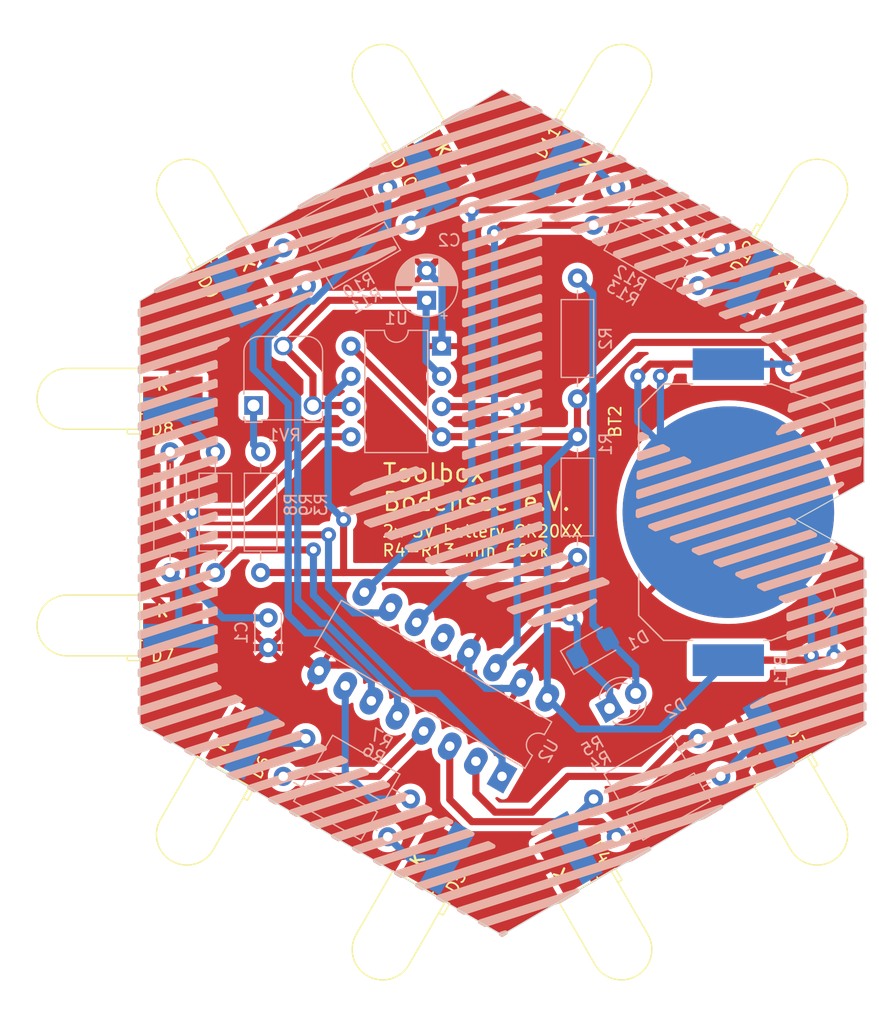
<source format=kicad_pcb>
(kicad_pcb (version 20221018) (generator pcbnew)
  (layers (0 "F.Cu" signal) (31 "B.Cu" signal) (34 "B.Paste" user) (35 "F.Paste" user) (36 "B.SilkS" user "B.Silkscreen") (37 "F.SilkS" user "F.Silkscreen") (38 "B.Mask" user) (39 "F.Mask" user) (44 "Edge.Cuts" user))
  (net 0 "")
  (net 1 "Net-(BT1-+)")
  (net 2 "Net-(BT1--)")
  (net 3 "Net-(BT2--)")
  (net 4 "Net-(U1-CV)")
  (net 5 "Net-(U1-THR)")
  (net 6 "Net-(D1-K)")
  (net 7 "Net-(D1-A)")
  (net 8 "Net-(D12-A)")
  (net 9 "Net-(D3-A)")
  (net 10 "Net-(D4-A)")
  (net 11 "Net-(D5-A)")
  (net 12 "Net-(D6-A)")
  (net 13 "Net-(D7-A)")
  (net 14 "Net-(D8-A)")
  (net 15 "Net-(D9-A)")
  (net 16 "Net-(D10-A)")
  (net 17 "Net-(D11-A)")
  (net 18 "Net-(R3-Pad1)")
  (net 19 "Net-(U1-DIS)")
  (net 20 "Net-(U2-Q0)")
  (net 21 "Net-(U2-Q5)")
  (net 22 "Net-(U2-Q1)")
  (net 23 "Net-(U2-Q6)")
  (net 24 "Net-(U2-Q2)")
  (net 25 "Net-(U2-Q7)")
  (net 26 "Net-(U2-Q3)")
  (net 27 "Net-(U2-Q8)")
  (net 28 "Net-(U2-Q4)")
  (net 29 "Net-(U2-Q9)")
  (footprint "UserFootprints:LED_D5.0mm_double_sided" (layer "F.Cu") (at 69.52 109.53 -90)
    (fp_text reference "D7")
    (fp_text value "LED")
  )
  (footprint "UserFootprints:LED_D5.0mm_double_sided" (layer "F.Cu") (at 123.48 121.84 30)
    (fp_text reference "D3")
    (fp_text value "LED")
  )
  (footprint "UserFootprints:LED_D5.0mm_double_sided" (layer "F.Cu") (at 93 68.5 -150)
    (fp_text reference "D10")
    (fp_text value "LED")
  )
  (footprint "UserFootprints:LED_D5.0mm_double_sided" (layer "F.Cu") (at 76.52 121.84 -30)
    (fp_text reference "D6")
    (fp_text value "LED")
  )
  (footprint "UserFootprints:BatteryHolder_aliexpress_2025" (layer "F.Cu") (at 119.05 100 90)
    (fp_text reference "BT2")
    (fp_text value "3V")
  )
  (footprint "UserFootprints:LED_D5.0mm_double_sided" (layer "F.Cu") (at 76.52 78.16 -150)
    (fp_text reference "D9")
    (fp_text value "LED")
  )
  (footprint "UserFootprints:LED_D5.0mm_double_sided" (layer "F.Cu") (at 107 68.5 150)
    (fp_text reference "D11")
    (fp_text value "LED")
  )
  (footprint "UserFootprints:LED_D5.0mm_double_sided" (layer "F.Cu") (at 123.48 78.16 150)
    (fp_text reference "D12")
    (fp_text value "LED")
  )
  (footprint "UserFootprints:LED_D5.0mm_double_sided" (layer "F.Cu") (at 107 131.5 30)
    (fp_text reference "D4")
    (fp_text value "LED")
  )
  (footprint "UserFootprints:LED_D5.0mm_double_sided" (layer "F.Cu") (at 69.52 90.47 -90)
    (fp_text reference "D8")
    (fp_text value "LED")
  )
  (footprint "UserFootprints:LED_D5.0mm_double_sided" (layer "F.Cu") (at 93 131.5 -30)
    (fp_text reference "D5")
    (fp_text value "LED")
  )
  (footprint "Capacitor_THT:CP_Radial_D5.0mm_P2.50mm" (layer "B.Cu") (at 93.65 82.18 90)
    (fp_text reference "C2")
    (fp_text value "1uF")
  )
  (footprint "Resistor_THT:R_Axial_DIN0207_L6.3mm_D2.5mm_P10.16mm_Horizontal" (layer "B.Cu") (at 81.585 122.225 -30)
    (fp_text reference "R6")
    (fp_text value "1k")
  )
  (footprint "Resistor_THT:R_Axial_DIN0207_L6.3mm_D2.5mm_P10.16mm_Horizontal" (layer "B.Cu") (at 109.616182 127.305 30)
    (fp_text reference "R4")
    (fp_text value "1k")
  )
  (footprint "Resistor_THT:R_Axial_DIN0207_L6.3mm_D2.5mm_P10.16mm_Horizontal" (layer "B.Cu") (at 92.288818 124.13 150)
    (fp_text reference "R7")
    (fp_text value "1k")
  )
  (footprint "Resistor_THT:R_Axial_DIN0207_L6.3mm_D2.5mm_P10.16mm_Horizontal" (layer "B.Cu") (at 83.535591 80.95 30)
    (fp_text reference "R11")
    (fp_text value "1k")
  )
  (footprint "Resistor_THT:R_Axial_DIN0207_L6.3mm_D2.5mm_P10.16mm_Horizontal" (layer "B.Cu") (at 106.35 103.81 90)
    (fp_text reference "R1")
    (fp_text value "10k")
  )
  (footprint "UserFootprints:BatteryHolder_aliexpress_2025" (layer "B.Cu") (at 119.05 100 -90)
    (fp_text reference "BT1")
    (fp_text value "3V")
  )
  (footprint "LED_SMD:LED_1206_3216Metric_Pad1.42x1.75mm_HandSolder" (layer "B.Cu") (at 107.62 111.43 30)
    (fp_text reference "D1")
    (fp_text value "LED")
  )
  (footprint "Resistor_THT:R_Axial_DIN0207_L6.3mm_D2.5mm_P10.16mm_Horizontal" (layer "B.Cu") (at 79.68 94.92 -90)
    (fp_text reference "R3")
    (fp_text value "10k")
  )
  (footprint "Package_DIP:DIP-16_W7.62mm_LongPads" (layer "B.Cu") (at 100 122.225 60)
    (fp_text reference "U2")
    (fp_text value "4017")
  )
  (footprint "Resistor_THT:R_Axial_DIN0207_L6.3mm_D2.5mm_P10.16mm_Horizontal" (layer "B.Cu") (at 106.35 90.475 90)
    (fp_text reference "R2")
    (fp_text value "1k")
  )
  (footprint "Resistor_THT:R_Axial_DIN0207_L6.3mm_D2.5mm_P10.16mm_Horizontal" (layer "B.Cu") (at 72.06 94.92 -90)
    (fp_text reference "R8")
    (fp_text value "1k")
  )
  (footprint "Package_DIP:DIP-8_W7.62mm" (layer "B.Cu") (at 94.91 86.04 180)
    (fp_text reference "U1")
    (fp_text value "NA555P")
  )
  (footprint "Resistor_THT:R_Axial_DIN0207_L6.3mm_D2.5mm_P10.16mm_Horizontal" (layer "B.Cu") (at 107.711182 75.87 -30)
    (fp_text reference "R13")
    (fp_text value "1k")
  )
  (footprint "Potentiometer_THT:Potentiometer_Runtron_RM-065_Vertical" (layer "B.Cu") (at 79.085 91.03)
    (fp_text reference "RV1")
    (fp_text value "200k")
  )
  (footprint "Resistor_THT:R_Axial_DIN0207_L6.3mm_D2.5mm_P10.16mm_Horizontal" (layer "B.Cu") (at 75.87 105.08 90)
    (fp_text reference "R9")
    (fp_text value "1k")
  )
  (footprint "LED_THT:LED_D3.0mm" (layer "B.Cu") (at 109.055818 116.5125 30)
    (fp_text reference "D2")
    (fp_text value "LED")
  )
  (footprint "Resistor_THT:R_Axial_DIN0207_L6.3mm_D2.5mm_P10.16mm_Horizontal" (layer "B.Cu") (at 90.383818 72.695 -150)
    (fp_text reference "R10")
    (fp_text value "1k")
  )
  (footprint "Resistor_THT:R_Axial_DIN0207_L6.3mm_D2.5mm_P10.16mm_Horizontal" (layer "B.Cu") (at 116.51 119.05 -150)
    (fp_text reference "R5")
    (fp_text value "1k")
  )
  (footprint "Resistor_THT:R_Axial_DIN0207_L6.3mm_D2.5mm_P10.16mm_Horizontal" (layer "B.Cu") (at 118.369409 77.775 150)
    (fp_text reference "R12")
    (fp_text value "1k")
  )
  (footprint "Capacitor_THT:C_Disc_D3.0mm_W2.0mm_P2.50mm" (layer "B.Cu") (at 80.315 108.89 -90)
    (fp_text reference "C1")
    (fp_text value "10nF")
  )
  (gr_poly (pts (xy 75.87 86.03) (xy 75.87 86.174176) (xy 69.528268 88.201444) (xy 69.528268 87.824721) (xy 76.893193 85.470344)) (stroke (width 0.4)) (fill solid) (layer "B.SilkS"))
  (gr_poly (pts (xy 130.484718 82.682927) (xy 130.484718 82.682916) (xy 130.484752 82.682916)) (stroke (width 0.4)) (fill solid) (layer "B.SilkS"))
  (gr_poly (pts (xy 75.876201 113.26607) (xy 69.527234 115.295402) (xy 69.527234 114.919196) (xy 75.876201 112.889346)) (stroke (width 0.4)) (fill solid) (layer "B.SilkS"))
  (gr_poly (pts (xy 85.062208 119.892009) (xy 77.399627 122.341472) (xy 76.982598 122.09859) (xy 84.643629 119.649646)) (stroke (width 0.4)) (fill solid) (layer "B.SilkS"))
  (gr_poly (pts (xy 75.87155 92.548463) (xy 69.529818 94.57573) (xy 69.529818 94.199525) (xy 75.87155 92.172259)) (stroke (width 0.4)) (fill solid) (layer "B.SilkS"))
  (gr_poly (pts (xy 130.486301 116.527362) (xy 108.77238 123.468539) (xy 110.222423 122.629314) (xy 130.486305 116.151672)) (stroke (width 0.4)) (fill solid) (layer "B.SilkS"))
  (gr_poly (pts (xy 75.872067 94.141648) (xy 69.530335 96.168914) (xy 69.530335 95.793225) (xy 75.872067 93.76596)) (stroke (width 0.4)) (fill solid) (layer "B.SilkS"))
  (gr_poly (pts (xy 79.7416 116.81158) (xy 72.104857 119.252772) (xy 71.688345 119.009894) (xy 79.323021 116.569217)) (stroke (width 0.4)) (fill solid) (layer "B.SilkS"))
  (gr_poly (pts (xy 129.794357 103.998927) (xy 122.087844 106.46234) (xy 121.655315 106.224113) (xy 129.385074 103.752944)) (stroke (width 0.4)) (fill solid) (layer "B.SilkS"))
  (gr_poly (pts (xy 119.094761 75.543817) (xy 109.951648 78.466636) (xy 109.53152 78.224791) (xy 118.678764 75.300938)) (stroke (width 0.4)) (fill solid) (layer "B.SilkS"))
  (gr_poly (pts (xy 104.895626 132.676753) (xy 98.579216 134.696269) (xy 98.162704 134.453387) (xy 106.320861 131.845279)) (stroke (width 0.4)) (fill solid) (layer "B.SilkS"))
  (gr_poly (pts (xy 92.156353 123.998729) (xy 84.459148 126.45956) (xy 84.042636 126.216682) (xy 91.737774 123.756885)) (stroke (width 0.4)) (fill solid) (layer "B.SilkS"))
  (gr_poly (pts (xy 130.436729 87.855727) (xy 124.406608 89.783258) (xy 124.410046 89.593563) (xy 124.41087 89.499257) (xy 124.410709 89.405503) (xy 130.442897 87.477456) (xy 130.442928 87.477456)) (stroke (width 0.4)) (fill solid) (layer "B.SilkS"))
  (gr_poly (pts (xy 100.006513 135.528773) (xy 99.927454 135.482783) (xy 100.276786 135.371165)) (stroke (width 0.4)) (fill solid) (layer "B.SilkS"))
  (gr_poly (pts (xy 96.719369 98.633876) (xy 88.966354 101.112792) (xy 88.560176 100.865779) (xy 96.301307 98.391509)) (stroke (width 0.4)) (fill solid) (layer "B.SilkS"))
  (gr_poly (pts (xy 113.953983 94.718356) (xy 111.562397 95.483169) (xy 111.571697 95.103864) (xy 113.5354 94.475995)) (stroke (width 0.4)) (fill solid) (layer "B.SilkS"))
  (gr_poly (pts (xy 75.876201 111.671847) (xy 69.527751 113.701179) (xy 69.527751 113.325492) (xy 75.876201 111.296161)) (stroke (width 0.4)) (fill solid) (layer "B.SilkS"))
  (gr_poly (pts (xy 75.870516 87.767877) (xy 69.528784 89.795144) (xy 69.528784 89.418424) (xy 75.870515 87.391156)) (stroke (width 0.4)) (fill solid) (layer "B.SilkS"))
  (gr_poly (pts (xy 90.382816 122.971919) (xy 82.694397 125.430167) (xy 82.277885 125.187289) (xy 89.964239 122.730075)) (stroke (width 0.4)) (fill solid) (layer "B.SilkS"))
  (gr_poly (pts (xy 95.703937 126.052863) (xy 87.989164 128.518863) (xy 87.573167 128.275985) (xy 95.285358 125.810504)) (stroke (width 0.4)) (fill solid) (layer "B.SilkS"))
  (gr_poly (pts (xy 103.181507 96.568374) (xy 96.831506 98.598224) (xy 96.831506 98.222018) (xy 103.181507 96.192166)) (stroke (width 0.4)) (fill solid) (layer "B.SilkS"))
  (gr_poly (pts (xy 103.181514 101.349475) (xy 94.124702 104.244388) (xy 93.719558 103.998408) (xy 103.181514 100.97327)) (stroke (width 0.4)) (fill solid) (layer "B.SilkS"))
  (gr_poly (pts (xy 115.565258 73.484511) (xy 106.392173 76.417149) (xy 105.971527 76.174786) (xy 115.148227 73.241632)) (stroke (width 0.4)) (fill solid) (layer "B.SilkS"))
  (gr_poly (pts (xy 122.624263 77.602606) (xy 113.511123 80.516124) (xy 113.090995 80.274278) (xy 122.208267 77.359727)) (stroke (width 0.4)) (fill solid) (layer "B.SilkS"))
  (gr_poly (pts (xy 103.181511 99.755771) (xy 92.405424 103.200523) (xy 91.999763 102.954543) (xy 103.181511 99.379569)) (stroke (width 0.4)) (fill solid) (layer "B.SilkS"))
  (gr_poly (pts (xy 117.330009 74.513906) (xy 108.171394 77.441893) (xy 107.751266 77.19953) (xy 116.912979 74.271026)) (stroke (width 0.4)) (fill solid) (layer "B.SilkS"))
  (gr_poly (pts (xy 82.25514 82.538739) (xy 69.527751 86.607227) (xy 69.527751 86.231538) (xy 83.910336 81.633886)) (stroke (width 0.4)) (fill solid) (layer "B.SilkS"))
  (gr_poly (pts (xy 103.181507 98.162067) (xy 90.686147 102.156654) (xy 90.280487 101.910159) (xy 103.181507 97.78638)) (stroke (width 0.4)) (fill solid) (layer "B.SilkS"))
  (gr_poly (pts (xy 130.066177 95.566367) (xy 130.050332 95.675238) (xy 130.034162 95.778085) (xy 130.017591 95.874549) (xy 130.000545 95.964275) (xy 112.925102 101.42234) (xy 112.492054 101.184627) (xy 130.066173 95.566365)) (stroke (width 0.4)) (fill solid) (layer "B.SilkS"))
  (gr_poly (pts (xy 130.486305 117.748984) (xy 129.075023 118.572192) (xy 102.625476 127.027488) (xy 104.075519 126.187747) (xy 130.486309 117.744853)) (stroke (width 0.4)) (fill solid) (layer "B.SilkS"))
  (gr_poly (pts (xy 110.269966 70.395811) (xy 96.83151 74.691672) (xy 96.83151 74.568683) (xy 96.289941 74.864789) (xy 69.527234 83.420339) (xy 69.526718 83.044135) (xy 109.853973 70.152931)) (stroke (width 0.4)) (fill solid) (layer "B.SilkS"))
  (gr_poly (pts (xy 103.181518 75.849224) (xy 96.831518 77.879074) (xy 96.831518 77.503388) (xy 103.181518 75.47302)) (stroke (width 0.4)) (fill solid) (layer "B.SilkS"))
  (gr_poly (pts (xy 75.871033 90.954763) (xy 69.5293 92.982026) (xy 69.5293 92.60634) (xy 75.871032 90.579072)) (stroke (width 0.4)) (fill solid) (layer "B.SilkS"))
  (gr_poly (pts (xy 83.28919 118.865199) (xy 75.634877 121.31208) (xy 75.217848 121.068683) (xy 82.870094 118.622836)) (stroke (width 0.4)) (fill solid) (layer "B.SilkS"))
  (gr_poly (pts (xy 75.875167 106.891257) (xy 69.528775 108.919555) (xy 69.529291 108.543868) (xy 75.874641 106.515567)) (stroke (width 0.4)) (fill solid) (layer "B.SilkS"))
  (gr_poly (pts (xy 75.872067 95.735866) (xy 69.530852 97.763133) (xy 69.530852 97.386928) (xy 75.872067 95.35966)) (stroke (width 0.4)) (fill solid) (layer "B.SilkS"))
  (gr_poly (pts (xy 126.327907 101.918948) (xy 118.422447 104.445926) (xy 117.989914 104.208213) (xy 125.919147 101.673484)) (stroke (width 0.4)) (fill solid) (layer "B.SilkS"))
  (gr_poly (pts (xy 103.181511 93.380454) (xy 96.83151 95.410304) (xy 96.83151 95.034616) (xy 103.181511 93.004766)) (stroke (width 0.4)) (fill solid) (layer "B.SilkS"))
  (gr_poly (pts (xy 88.609283 121.945624) (xy 80.929647 124.400256) (xy 80.513136 124.157893) (xy 88.191219 121.703265)) (stroke (width 0.4)) (fill solid) (layer "B.SilkS"))
  (gr_poly (pts (xy 75.8731 98.922748) (xy 69.531368 100.950534) (xy 69.531368 100.574329) (xy 75.8731 98.547061)) (stroke (width 0.4)) (fill solid) (layer "B.SilkS"))
  (gr_poly (pts (xy 103.181511 94.974673) (xy 96.83151 97.004523) (xy 96.83151 96.628318) (xy 103.181511 94.598468)) (stroke (width 0.4)) (fill solid) (layer "B.SilkS"))
  (gr_poly (pts (xy 126.154785 79.661913) (xy 117.071102 82.565612) (xy 116.650974 82.323766) (xy 125.737758 79.419033)) (stroke (width 0.4)) (fill solid) (layer "B.SilkS"))
  (gr_poly (pts (xy 81.515134 117.838386) (xy 73.869606 120.282165) (xy 73.453094 120.039287) (xy 81.096555 117.596027)) (stroke (width 0.4)) (fill solid) (layer "B.SilkS"))
  (gr_poly (pts (xy 103.181511 79.037145) (xy 96.83151 81.066995) (xy 96.83151 80.690273) (xy 103.181511 78.660423)) (stroke (width 0.4)) (fill solid) (layer "B.SilkS"))
  (gr_poly (pts (xy 99.251007 128.105971) (xy 91.51918 130.577655) (xy 91.102668 130.334773) (xy 98.832428 127.864123)) (stroke (width 0.4)) (fill solid) (layer "B.SilkS"))
  (gr_poly (pts (xy 103.210449 66.277716) (xy 89.03457 70.809222) (xy 90.460325 69.977232) (xy 102.793937 66.034837)) (stroke (width 0.4)) (fill solid) (layer "B.SilkS"))
  (gr_poly (pts (xy 103.181507 83.818248) (xy 96.831506 85.848098) (xy 96.831506 85.471892) (xy 103.181507 83.442043)) (stroke (width 0.4)) (fill solid) (layer "B.SilkS"))
  (gr_poly (pts (xy 75.875684 110.078143) (xy 69.52827 112.107478) (xy 69.52827 111.731273) (xy 75.875686 109.702457)) (stroke (width 0.4)) (fill solid) (layer "B.SilkS"))
  (gr_poly (pts (xy 130.483718 83.059121) (xy 122.410308 85.639842) (xy 121.990696 85.397996) (xy 130.484718 82.682927)) (stroke (width 0.4)) (fill solid) (layer "B.SilkS"))
  (gr_poly (pts (xy 130.486293 106.964633) (xy 124.136295 108.995002) (xy 124.136295 108.618797) (xy 130.486293 106.588946)) (stroke (width 0.4)) (fill solid) (layer "B.SilkS"))
  (gr_poly (pts (xy 108.505218 69.366416) (xy 70.900277 81.387904) (xy 72.328097 80.554364) (xy 108.088188 69.12302)) (stroke (width 0.4)) (fill solid) (layer "B.SilkS"))
  (gr_poly (pts (xy 130.357627 91.068448) (xy 123.252636 93.339627) (xy 123.314748 93.276411) (xy 123.374429 93.212926) (xy 123.431654 93.149184) (xy 123.486395 93.085195) (xy 123.538627 93.020971) (xy 123.588322 92.956523) (xy 123.635455 92.891861) (xy 123.68 92.826997) (xy 130.367965 90.689143) (xy 130.367969 90.689143)) (stroke (width 0.4)) (fill solid) (layer "B.SilkS"))
  (gr_poly (pts (xy 110.939701 129.150859) (xy 96.814466 133.666865) (xy 96.397438 133.423473) (xy 112.368038 128.317844)) (stroke (width 0.4)) (fill solid) (layer "B.SilkS"))
  (gr_poly (pts (xy 75.874134 103.704372) (xy 69.529818 105.732154) (xy 69.529818 105.355949) (xy 75.874134 103.327647)) (stroke (width 0.4)) (fill solid) (layer "B.SilkS"))
  (gr_poly (pts (xy 101.445182 65.247804) (xy 95.078645 67.283339) (xy 96.5044 66.451865) (xy 101.029188 65.004925)) (stroke (width 0.4)) (fill solid) (layer "B.SilkS"))
  (gr_poly (pts (xy 103.181511 82.224547) (xy 96.83151 84.254398) (xy 96.83151 83.878192) (xy 103.181511 81.848342)) (stroke (width 0.4)) (fill solid) (layer "B.SilkS"))
  (gr_poly (pts (xy 75.872583 97.329566) (xy 69.531368 99.35683) (xy 69.530852 98.980109) (xy 75.872583 96.952842)) (stroke (width 0.4)) (fill solid) (layer "B.SilkS"))
  (gr_poly (pts (xy 107.120281 104.871738) (xy 99.284067 107.37701) (xy 98.878406 107.130515) (xy 106.711521 104.626792)) (stroke (width 0.4)) (fill solid) (layer "B.SilkS"))
  (gr_poly (pts (xy 89.271766 78.702281) (xy 69.527234 85.014039) (xy 69.527234 84.637836) (xy 90.927478 77.79691)) (stroke (width 0.4)) (fill solid) (layer "B.SilkS"))
  (gr_poly (pts (xy 130.486305 108.558337) (xy 124.136306 110.588187) (xy 124.136306 110.212501) (xy 130.486305 108.182651)) (stroke (width 0.4)) (fill solid) (layer "B.SilkS"))
  (gr_poly (pts (xy 130.486305 110.152042) (xy 124.136306 112.181892) (xy 124.136306 111.806205) (xy 130.486305 109.776355)) (stroke (width 0.4)) (fill solid) (layer "B.SilkS"))
  (gr_poly (pts (xy 75.871033 89.361062) (xy 69.529301 91.388328) (xy 69.528785 91.012641) (xy 75.870516 88.985374)) (stroke (width 0.4)) (fill solid) (layer "B.SilkS"))
  (gr_poly (pts (xy 130.413437 89.080975) (xy 130.413437 89.080974) (xy 130.41344 89.080974)) (stroke (width 0.4)) (fill solid) (layer "B.SilkS"))
  (gr_poly (pts (xy 75.875167 108.484958) (xy 69.528785 110.513774) (xy 69.528785 110.137569) (xy 75.875167 108.108752)) (stroke (width 0.4)) (fill solid) (layer "B.SilkS"))
  (gr_poly (pts (xy 75.874643 105.297553) (xy 69.529293 107.325854) (xy 69.529293 106.949649) (xy 75.874643 104.921348)) (stroke (width 0.4)) (fill solid) (layer "B.SilkS"))
  (gr_poly (pts (xy 103.181514 88.599351) (xy 96.831514 90.629718) (xy 96.831514 90.252998) (xy 103.181514 88.223147)) (stroke (width 0.4)) (fill solid) (layer "B.SilkS"))
  (gr_poly (pts (xy 75.873617 100.516448) (xy 69.530852 102.544234) (xy 69.530852 102.168029) (xy 75.8731 100.140762)) (stroke (width 0.4)) (fill solid) (layer "B.SilkS"))
  (gr_poly (pts (xy 115.72805 95.745166) (xy 111.522621 97.089271) (xy 111.532421 96.710483) (xy 115.309452 95.502805)) (stroke (width 0.4)) (fill solid) (layer "B.SilkS"))
  (gr_poly (pts (xy 103.181514 80.630846) (xy 96.831514 82.660697) (xy 96.831514 82.284492) (xy 103.181514 80.254642)) (stroke (width 0.4)) (fill solid) (layer "B.SilkS"))
  (gr_poly (pts (xy 104.9752 67.30711) (xy 82.990495 74.335105) (xy 84.414698 73.504148) (xy 104.559204 67.064231)) (stroke (width 0.4)) (fill solid) (layer "B.SilkS"))
  (gr_poly (pts (xy 130.486305 114.933658) (xy 114.919296 119.910098) (xy 116.369335 119.070357) (xy 130.486301 114.557971)) (stroke (width 0.4)) (fill solid) (layer "B.SilkS"))
  (gr_poly (pts (xy 123.030437 122.098079) (xy 93.283929 131.607059) (xy 92.867418 131.364696) (xy 124.456188 121.266601)) (stroke (width 0.4)) (fill solid) (layer "B.SilkS"))
  (gr_poly (pts (xy 106.737354 108.181613) (xy 102.723129 109.46474) (xy 102.31747 109.218761) (xy 107.820491 107.459178)) (stroke (width 0.4)) (fill solid) (layer "B.SilkS"))
  (gr_poly (pts (xy 130.486305 113.339957) (xy 121.066208 116.351661) (xy 122.518314 115.510886) (xy 130.486305 112.963756)) (stroke (width 0.4)) (fill solid) (layer "B.SilkS"))
  (gr_poly (pts (xy 113.799472 72.4546) (xy 104.611404 75.391889) (xy 104.191791 75.150043) (xy 113.383476 72.211721)) (stroke (width 0.4)) (fill solid) (layer "B.SilkS"))
  (gr_poly (pts (xy 112.034717 71.425205) (xy 96.831512 76.285374) (xy 96.831512 75.909686) (xy 111.618724 71.182326)) (stroke (width 0.4)) (fill solid) (layer "B.SilkS"))
  (gr_poly (pts (xy 129.684288 81.7207) (xy 120.630577 84.615098) (xy 120.210964 84.373769) (xy 129.268295 81.478339)) (stroke (width 0.4)) (fill solid) (layer "B.SilkS"))
  (gr_poly (pts (xy 120.859512 76.573212) (xy 111.731388 79.49138) (xy 111.311256 79.249534) (xy 120.443515 76.330333)) (stroke (width 0.4)) (fill solid) (layer "B.SilkS"))
  (gr_poly (pts (xy 93.930404 125.026057) (xy 86.224414 127.489474) (xy 85.807386 127.246078) (xy 93.511308 124.783179)) (stroke (width 0.4)) (fill solid) (layer "B.SilkS"))
  (gr_poly (pts (xy 124.595195 100.879218) (xy 116.59 103.438235) (xy 116.157466 103.200523) (xy 124.186431 100.633754)) (stroke (width 0.4)) (fill solid) (layer "B.SilkS"))
  (gr_poly (pts (xy 103.181511 91.78675) (xy 96.83151 93.816602) (xy 96.83151 93.440913) (xy 103.181511 91.411063)) (stroke (width 0.4)) (fill solid) (layer "B.SilkS"))
  (gr_poly (pts (xy 103.181522 77.443442) (xy 96.831522 79.473293) (xy 96.831522 79.097089) (xy 103.181522 77.066722)) (stroke (width 0.4)) (fill solid) (layer "B.SilkS"))
  (gr_poly (pts (xy 97.477472 127.079677) (xy 89.754428 129.548259) (xy 89.337917 129.305377) (xy 97.058893 126.837314)) (stroke (width 0.4)) (fill solid) (layer "B.SilkS"))
  (gr_poly (pts (xy 106.740467 68.337021) (xy 76.944353 77.862022) (xy 78.372173 77.028998) (xy 106.323436 68.093625)) (stroke (width 0.4)) (fill solid) (layer "B.SilkS"))
  (gr_poly (pts (xy 130.477031 84.654882) (xy 124.1446 86.679048) (xy 124.142627 86.668594) (xy 124.139848 86.653336) (xy 124.136299 86.633578) (xy 123.770431 86.422738) (xy 130.480098 84.278167) (xy 130.480133 84.278161)) (stroke (width 0.4)) (fill solid) (layer "B.SilkS"))
  (gr_poly (pts (xy 103.181507 85.411946) (xy 96.831506 87.441796) (xy 96.831506 87.065593) (xy 103.181507 85.035743)) (stroke (width 0.4)) (fill solid) (layer "B.SilkS"))
  (gr_poly (pts (xy 116.984295 125.624992) (xy 95.049198 132.636966) (xy 94.632686 132.394084) (xy 118.412113 124.79248)) (stroke (width 0.4)) (fill solid) (layer "B.SilkS"))
  (gr_poly (pts (xy 128.387319 97.79271) (xy 128.167403 97.957478) (xy 127.94034 98.123643) (xy 127.707142 98.290744) (xy 114.757545 102.430545) (xy 114.325016 102.192832) (xy 128.599072 97.629804)) (stroke (width 0.4)) (fill solid) (layer "B.SilkS"))
  (gr_poly (pts (xy 86.835743 120.918819) (xy 79.164376 123.370864) (xy 78.748381 123.127986) (xy 86.41768 120.676456)) (stroke (width 0.4)) (fill solid) (layer "B.SilkS"))
  (gr_poly (pts (xy 124.389 78.632) (xy 115.290847 81.540866) (xy 114.87072 81.299022) (xy 123.973007 78.389122)) (stroke (width 0.4)) (fill solid) (layer "B.SilkS"))
  (gr_poly (pts (xy 130.310604 92.30095) (xy 130.293552 92.682323) (xy 111.483329 98.695392) (xy 111.49263 98.316604) (xy 117.083503 96.529634) (xy 117.100555 96.539434) (xy 117.234575 96.492872) (xy 117.571846 96.373553) (xy 130.310604 92.300933)) (stroke (width 0.4)) (fill solid) (layer "B.SilkS"))
  (gr_poly (pts (xy 77.968063 115.78477) (xy 70.339588 118.22338) (xy 69.923593 117.980502) (xy 77.549484 115.542407)) (stroke (width 0.4)) (fill solid) (layer "B.SilkS"))
  (gr_poly (pts (xy 130.462013 86.253759) (xy 124.349723 88.207645) (xy 124.340772 88.111845) (xy 124.331476 88.020963) (xy 124.312004 87.843326) (xy 130.465614 85.876527)) (stroke (width 0.4)) (fill solid) (layer "B.SilkS"))
  (gr_poly (pts (xy 75.876718 114.573997) (xy 76.194528 114.757964) (xy 69.526718 116.889617) (xy 69.527234 116.513412) (xy 75.876718 114.483562)) (stroke (width 0.4)) (fill solid) (layer "B.SilkS"))
  (gr_poly (pts (xy 130.486305 111.745746) (xy 124.136306 113.775596) (xy 124.136306 113.399909) (xy 130.486305 111.370059)) (stroke (width 0.4)) (fill solid) (layer "B.SilkS"))
  (gr_poly (pts (xy 112.179931 93.691547) (xy 111.602188 93.876548) (xy 111.611488 93.497243) (xy 111.761348 93.449184)) (stroke (width 0.4)) (fill solid) (layer "B.SilkS"))
  (gr_poly (pts (xy 103.181511 87.006168) (xy 96.83151 89.036018) (xy 96.83151 88.659297) (xy 103.181511 86.629447)) (stroke (width 0.4)) (fill solid) (layer "B.SilkS"))
  (gr_poly (pts (xy 127.919544 80.691308) (xy 118.850845 83.590356) (xy 118.430713 83.34851) (xy 127.50251 80.448427)) (stroke (width 0.4)) (fill solid) (layer "B.SilkS"))
  (gr_poly (pts (xy 130.207233 94.11849) (xy 130.192783 94.308047) (xy 111.443538 100.301997) (xy 111.452838 99.923209) (xy 130.221202 93.923057)) (stroke (width 0.4)) (fill solid) (layer "B.SilkS"))
  (gr_poly (pts (xy 103.653835 102.792281) (xy 95.844494 105.288772) (xy 95.438833 105.042274) (xy 103.245075 102.546817)) (stroke (width 0.4)) (fill solid) (layer "B.SilkS"))
  (gr_poly (pts (xy 130.465614 85.876527) (xy 130.465614 85.876521) (xy 130.465633 85.876521)) (stroke (width 0.4)) (fill solid) (layer "B.SilkS"))
  (gr_poly (pts (xy 108.852989 105.911468) (xy 101.003339 108.420875) (xy 100.597679 108.17438) (xy 108.444229 105.666522)) (stroke (width 0.4)) (fill solid) (layer "B.SilkS"))
  (gr_poly (pts (xy 130.486293 105.370929) (xy 123.920288 107.470027) (xy 123.487239 107.231799) (xy 130.486293 104.994727)) (stroke (width 0.4)) (fill solid) (layer "B.SilkS"))
  (gr_poly (pts (xy 105.387577 103.832011) (xy 97.564281 106.332633) (xy 97.158104 106.086135) (xy 104.978298 103.586547)) (stroke (width 0.4)) (fill solid) (layer "B.SilkS"))
  (gr_poly (pts (xy 103.181511 90.19305) (xy 96.83151 92.222901) (xy 96.83151 91.847213) (xy 103.181511 89.817363)) (stroke (width 0.4)) (fill solid) (layer "B.SilkS"))
  (gr_poly (pts (xy 75.873617 102.110152) (xy 69.530335 104.137935) (xy 69.530335 103.762248) (xy 75.873617 101.734466)) (stroke (width 0.4)) (fill solid) (layer "B.SilkS"))
  (gr_poly (pts (xy 130.402588 89.460281) (xy 124.22932 91.433803) (xy 124.239721 91.384685) (xy 124.2496 91.335288) (xy 124.268025 91.235787) (xy 124.285055 91.135558) (xy 124.301151 91.03486) (xy 130.413437 89.080975)) (stroke (width 0.4)) (fill solid) (layer "B.SilkS"))
  (gr_poly (pts (xy 128.06113 102.958678) (xy 120.254886 105.454135) (xy 119.822872 105.216422) (xy 127.65237 102.713214)) (stroke (width 0.4)) (fill solid) (layer "B.SilkS"))
  (gr_poly (pts (xy 93.17695 96.578708) (xy 87.384538 98.430274) (xy 88.457342 97.711456) (xy 92.758888 96.336345)) (stroke (width 0.4)) (fill solid) (layer "B.SilkS"))
  (gr_poly (pts (xy 128.599072 97.629804) (xy 128.599075 97.629802) (xy 128.599079 97.629802)) (stroke (width 0.4)) (fill solid) (layer "B.SilkS"))
  (gr_poly (pts (xy 94.948421 97.606551) (xy 87.247083 100.068416) (xy 86.840906 99.821918) (xy 94.530359 97.36367)) (stroke (width 0.4)) (fill solid) (layer "B.SilkS"))
  (gr_line (start 130.48 103.81) (end 124.765 100.635) (stroke (width 0.1)) (layer "Edge.Cuts"))
  (gr_line (start 130.48 103.81) (end 130.48 117.78) (stroke (width 0.1)) (layer "Edge.Cuts"))
  (gr_line (start 100 64.44) (end 130.48 82.22) (stroke (width 0.1)) (layer "Edge.Cuts"))
  (gr_line (start 100 64.44) (end 69.52 82.22) (stroke (width 0.1)) (layer "Edge.Cuts"))
  (gr_line (start 130.48 97.46) (end 130.48 82.22) (stroke (width 0.1)) (layer "Edge.Cuts"))
  (gr_line (start 100 135.56) (end 69.52 117.78) (stroke (width 0.1)) (layer "Edge.Cuts"))
  (gr_line (start 100 135.56) (end 130.48 117.78) (stroke (width 0.1)) (layer "Edge.Cuts"))
  (gr_line (start 124.765 100.635) (end 130.48 97.46) (stroke (width 0.1)) (layer "Edge.Cuts"))
  (gr_line (start 69.52 82.22) (end 69.52 117.78) (stroke (width 0.1)) (layer "Edge.Cuts"))
  (gr_text "Toolbox\nBodensee e.V." (at 89.84 100) (layer "F.SilkS") (effects (font (size 1.5 1.5) (thickness 0.2) bold) (justify left bottom)))
  (gr_text "2x 3V battery CR20XX\nR4-R13 min 660k" (at 89.84 103.81) (layer "F.SilkS") (effects (font (size 1 1)) (justify left bottom)))
  (segment (start 122.55 85.725) (end 111.1 85.725) (width 0.6) (layer "F.Cu") (net 1))
  (segment (start 94.92 93.65) (end 94.91 93.66) (width 0.6) (layer "F.Cu") (net 1))
  (segment (start 106.35 93.65) (end 94.92 93.65) (width 0.6) (layer "F.Cu") (net 1))
  (segment (start 106.35 90.475) (end 106.35 93.65) (width 0.6) (layer "F.Cu") (net 1))
  (segment (start 124.13 87.305) (end 122.55 85.725) (width 0.6) (layer "F.Cu") (net 1))
  (segment (start 124.13 87.935) (end 124.13 87.305) (width 0.6) (layer "F.Cu") (net 1))
  (segment (start 111.1 85.725) (end 106.35 90.475) (width 0.6) (layer "F.Cu") (net 1))
  (segment (start 87.29 86.04) (end 94.91 93.66) (width 0.6) (layer "F.Cu") (net 1))
  (via (at 124.13 87.935) (size 1.26) (drill 0.6) (layers "F.Cu" "B.Cu") (net 1))
  (segment (start 123.745 87.55) (end 124.13 87.935) (width 0.6) (layer "B.Cu") (net 1))
  (segment (start 103.81 96.19) (end 106.35 93.65) (width 0.6) (layer "B.Cu") (net 1))
  (segment (start 113.258077 118.241923) (end 106.426037 118.241923) (width 0.6) (layer "B.Cu") (net 1))
  (segment (start 106.426037 118.241923) (end 103.81 115.625886) (width 0.6) (layer "B.Cu") (net 1))
  (segment (start 119.05 87.55) (end 123.745 87.55) (width 0.6) (layer "B.Cu") (net 1))
  (segment (start 103.81 115.625886) (end 103.81 96.19) (width 0.6) (layer "B.Cu") (net 1))
  (segment (start 119.05 112.45) (end 113.258077 118.241923) (width 0.6) (layer "B.Cu") (net 1))
  (segment (start 119.05 112.45) (end 125.65 112.45) (width 0.6) (layer "F.Cu") (net 2))
  (segment (start 119.05 87.55) (end 114.355 87.55) (width 0.6) (layer "F.Cu") (net 2))
  (segment (start 127.555 112.45) (end 127.94 112.065) (width 0.6) (layer "F.Cu") (net 2))
  (segment (start 112.45 87.55) (end 111.43 88.57) (width 0.6) (layer "F.Cu") (net 2))
  (segment (start 119.05 87.55) (end 112.45 87.55) (width 0.6) (layer "F.Cu") (net 2))
  (segment (start 119.05 112.45) (end 127.555 112.45) (width 0.6) (layer "F.Cu") (net 2))
  (segment (start 125.65 112.45) (end 126.035 112.065) (width 0.6) (layer "F.Cu") (net 2))
  (segment (start 114.355 87.55) (end 113.335 88.57) (width 0.6) (layer "F.Cu") (net 2))
  (via (at 113.335 88.57) (size 1.26) (drill 0.6) (layers "F.Cu" "B.Cu") (net 2))
  (via (at 111.43 88.57) (size 1.26) (drill 0.6) (layers "F.Cu" "B.Cu") (net 2))
  (via (at 127.94 112.065) (size 1.26) (drill 0.6) (layers "F.Cu" "B.Cu") (net 2))
  (via (at 126.035 112.065) (size 1.26) (drill 0.6) (layers "F.Cu" "B.Cu") (net 2))
  (segment (start 127.94 108.89) (end 119.05 100) (width 0.6) (layer "B.Cu") (net 2))
  (segment (start 111.43 92.38) (end 119.05 100) (width 0.6) (layer "B.Cu") (net 2))
  (segment (start 113.335 94.285) (end 119.05 100) (width 0.6) (layer "B.Cu") (net 2))
  (segment (start 127.94 112.065) (end 127.94 108.89) (width 0.6) (layer "B.Cu") (net 2))
  (segment (start 126.035 112.065) (end 126.035 106.985) (width 0.6) (layer "B.Cu") (net 2))
  (segment (start 113.335 88.57) (end 113.335 94.285) (width 0.6) (layer "B.Cu") (net 2))
  (segment (start 111.43 88.57) (end 111.43 92.38) (width 0.6) (layer "B.Cu") (net 2))
  (segment (start 126.035 106.985) (end 119.05 100) (width 0.6) (layer "B.Cu") (net 2))
  (segment (start 97.210886 111.815886) (end 96.163254 112.863518) (width 0.6) (layer "F.Cu") (net 3))
  (segment (start 122.848442 80.99389) (end 120.955 77.14) (width 0.6) (layer "F.Cu") (net 3))
  (segment (start 72.207401 110.795) (end 72.06 114.605) (width 0.6) (layer "F.Cu") (net 3))
  (segment (start 127.249552 85.395) (end 127.305 85.395) (width 0.6) (layer "F.Cu") (net 3))
  (segment (start 104.861558 129.53611) (end 110.16 129.21) (width 0.6) (layer "F.Cu") (net 3))
  (segment (start 105.498442 70.46389) (end 106.368442 71.33389) (width 0.6) (layer "F.Cu") (net 3))
  (segment (start 85.07355 112.863518) (end 84.602068 113.335) (width 0.6) (layer "F.Cu") (net 3))
  (segment (start 110.16 129.21) (end 119.685 123.495) (width 0.6) (layer "F.Cu") (net 3))
  (segment (start 95.138442 70.46389) (end 105.498442 70.46389) (width 0.6) (layer "F.Cu") (net 3))
  (segment (start 72.29 108.66) (end 72.207401 110.795) (width 0.6) (layer "F.Cu") (net 3))
  (segment (start 72.06 114.605) (end 77.151558 119.00611) (width 0.6) (layer "F.Cu") (net 3))
  (segment (start 72.29 89.6) (end 70.155 91.735) (width 0.6) (layer "F.Cu") (net 3))
  (segment (start 82.657068 111.39) (end 84.602068 113.335) (width 0.6) (layer "F.Cu") (net 3))
  (segment (start 96.163254 112.863518) (end 85.07355 112.863518) (width 0.6) (layer "F.Cu") (net 3))
  (segment (start 80.315 111.39) (end 82.657068 111.39) (width 0.6) (layer "F.Cu") (net 3))
  (segment (start 120.955 77.14) (end 109.525 70.79) (width 0.6) (layer "F.Cu") (net 3))
  (segment (start 77.151558 119.00611) (end 79.739037 123.393794) (width 0.6) (layer "F.Cu") (net 3))
  (segment (start 89.84 129.21) (end 93.631558 128.66611) (width 0.6) (layer "F.Cu") (net 3))
  (segment (start 119.685 123.495) (end 121.341558 119.87611) (width 0.6) (layer "F.Cu") (net 3))
  (segment (start 95.138442 70.46389) (end 95.138442 78.191558) (width 0.6) (layer "F.Cu") (net 3))
  (segment (start 95.138442 78.191558) (end 93.65 79.68) (width 0.6) (layer "F.Cu") (net 3))
  (segment (start 72.06 84.125) (end 72.29 89.6) (width 0.6) (layer "F.Cu") (net 3))
  (segment (start 104.861558 129.53611) (end 94.501558 129.53611) (width 0.6) (layer "F.Cu") (net 3))
  (segment (start 109.525 70.79) (end 106.368442 71.33389) (width 0.6) (layer "F.Cu") (net 3))
  (segment (start 122.848442 80.99389) (end 127.249552 85.395) (width 0.6) (layer "F.Cu") (net 3))
  (segment (start 127.305 91.745) (end 119.05 100) (width 0.6) (layer "F.Cu") (net 3))
  (segment (start 79.739037 123.393794) (end 89.84 129.21) (width 0.6) (layer "F.Cu") (net 3))
  (segment (start 90.475 70.79) (end 80.315 76.505) (width 0.6) (layer "F.Cu") (net 3))
  (segment (start 94.501558 129.53611) (end 93.631558 128.66611) (width 0.6) (layer "F.Cu") (net 3))
  (segment (start 80.315 76.505) (end 78.658442 80.12389) (width 0.6) (layer "F.Cu") (net 3))
  (segment (start 127.305 85.395) (end 127.305 91.745) (width 0.6) (layer "F.Cu") (net 3))
  (segment (start 70.155 91.735) (end 70.155 106.525) (width 0.6) (layer "F.Cu") (net 3))
  (segment (start 95.138442 70.46389) (end 90.475 70.79) (width 0.6) (layer "F.Cu") (net 3))
  (segment (start 70.155 106.525) (end 72.29 108.66) (width 0.6) (layer "F.Cu") (net 3))
  (segment (start 72.802401 111.39) (end 72.207401 110.795) (width 0.6) (layer "F.Cu") (net 3))
  (segment (start 78.658442 80.12389) (end 72.06 84.125) (width 0.6) (layer "F.Cu") (net 3))
  (segment (start 80.315 111.39) (end 72.802401 111.39) (width 0.6) (layer "F.Cu") (net 3))
  (segment (start 93.65 79.68) (end 94.95 80.98) (width 0.6) (layer "B.Cu") (net 3))
  (segment (start 101.138813 114.827368) (end 98.632733 114.827368) (width 0.6) (layer "B.Cu") (net 3))
  (segment (start 97.210886 113.405521) (end 97.210886 111.815886) (width 0.6) (layer "B.Cu") (net 3))
  (segment (start 94.95 86) (end 94.91 86.04) (width 0.6) (layer "B.Cu") (net 3))
  (segment (start 101.610295 114.355886) (end 101.138813 114.827368) (width 0.6) (layer "B.Cu") (net 3))
  (segment (start 98.632733 114.827368) (end 97.210886 113.405521) (width 0.6) (layer "B.Cu") (net 3))
  (segment (start 94.95 80.98) (end 94.95 86) (width 0.6) (layer "B.Cu") (net 3))
  (segment (start 87.29 93.66) (end 84.75 93.66) (width 0.6) (layer "F.Cu") (net 4))
  (segment (start 78.41 100) (end 73.965 100) (width 0.6) (layer "F.Cu") (net 4))
  (segment (start 84.75 93.66) (end 78.41 100) (width 0.6) (layer "F.Cu") (net 4))
  (via (at 73.965 100) (size 1.26) (drill 0.6) (layers "F.Cu" "B.Cu") (net 4))
  (segment (start 73.965 106.35) (end 76.505 108.89) (width 0.6) (layer "B.Cu") (net 4))
  (segment (start 73.965 100) (end 73.965 106.35) (width 0.6) (layer "B.Cu") (net 4))
  (segment (start 76.505 108.89) (end 80.315 108.89) (width 0.6) (layer "B.Cu") (net 4))
  (segment (start 81.585 86.03) (end 85.435 82.18) (width 0.6) (layer "F.Cu") (net 5))
  (segment (start 85.435 82.18) (end 93.65 82.18) (width 0.6) (layer "F.Cu") (net 5))
  (segment (start 84.085 91.03) (end 87.2 91.03) (width 0.6) (layer "F.Cu") (net 5))
  (segment (start 84.085 88.53) (end 81.585 86.03) (width 0.6) (layer "F.Cu") (net 5))
  (segment (start 84.085 91.03) (end 84.085 88.53) (width 0.6) (layer "F.Cu") (net 5))
  (segment (start 87.2 91.03) (end 87.29 91.12) (width 0.6) (layer "F.Cu") (net 5))
  (segment (start 93.61 82.22) (end 93.65 82.18) (width 0.6) (layer "B.Cu") (net 5))
  (segment (start 94.91 88.58) (end 93.61 87.28) (width 0.6) (layer "B.Cu") (net 5))
  (segment (start 93.61 87.28) (end 93.61 82.22) (width 0.6) (layer "B.Cu") (net 5))
  (segment (start 105.715 108.89) (end 103.606477 108.89) (width 0.6) (layer "F.Cu") (net 6))
  (segment (start 103.606477 108.89) (end 99.410591 113.085886) (width 0.6) (layer "F.Cu") (net 6))
  (segment (start 101.27 91.11) (end 101.26 91.12) (width 0.6) (layer "F.Cu") (net 6))
  (segment (start 101.26 91.12) (end 94.91 91.12) (width 0.6) (layer "F.Cu") (net 6))
  (via (at 105.715 108.89) (size 1.26) (drill 0.6) (layers "F.Cu" "B.Cu") (net 6))
  (via (at 101.27 91.11) (size 1.26) (drill 0.6) (layers "F.Cu" "B.Cu") (net 6))
  (segment (start 106.331787 109.506787) (end 105.715 108.89) (width 0.6) (layer "B.Cu") (net 6))
  (segment (start 106.331787 112.17375) (end 106.331787 109.506787) (width 0.6) (layer "B.Cu") (net 6))
  (segment (start 109.055818 114.897781) (end 106.331787 112.17375) (width 0.6) (layer "B.Cu") (net 6))
  (segment (start 101.27 111.226477) (end 101.27 91.11) (width 0.6) (layer "B.Cu") (net 6))
  (segment (start 99.410591 113.085886) (end 101.27 111.226477) (width 0.6) (layer "B.Cu") (net 6))
  (segment (start 109.055818 116.5125) (end 109.055818 114.897781) (width 0.6) (layer "B.Cu") (net 6))
  (segment (start 111.255523 113.03356) (end 108.908213 110.68625) (width 0.6) (layer "B.Cu") (net 7))
  (segment (start 107.65 109.428037) (end 107.65 81.615) (width 0.6) (layer "B.Cu") (net 7))
  (segment (start 111.255523 115.2425) (end 111.255523 113.03356) (width 0.6) (layer "B.Cu") (net 7))
  (segment (start 108.908213 110.68625) (end 107.65 109.428037) (width 0.6) (layer "B.Cu") (net 7))
  (segment (start 107.65 81.615) (end 106.35 80.315) (width 0.6) (layer "B.Cu") (net 7))
  (segment (start 116.51 80.95) (end 120.698461 80.95) (width 0.6) (layer "B.Cu") (net 8))
  (segment (start 120.698461 80.95) (end 121.091558 80.556903) (width 0.6) (layer "B.Cu") (net 8))
  (segment (start 122.066903 118.573097) (end 118.415 122.225) (width 0.6) (layer "B.Cu") (net 9))
  (segment (start 122.598442 118.573097) (end 122.066903 118.573097) (width 0.6) (layer "B.Cu") (net 9))
  (segment (start 106.118442 128.233097) (end 106.118442 125.72274) (width 0.6) (layer "B.Cu") (net 10))
  (segment (start 106.118442 125.72274) (end 107.711182 124.13) (width 0.6) (layer "B.Cu") (net 10))
  (segment (start 95.388442 129.103097) (end 92.181915 129.103097) (width 0.6) (layer "B.Cu") (net 11))
  (segment (start 92.181915 129.103097) (end 90.383818 127.305) (width 0.6) (layer "B.Cu") (net 11))
  (segment (start 83.096903 119.443097) (end 83.49 119.05) (width 0.6) (layer "B.Cu") (net 12))
  (segment (start 78.908442 119.443097) (end 83.096903 119.443097) (width 0.6) (layer "B.Cu") (net 12))
  (segment (start 72.79 105.81) (end 72.06 105.08) (width 0.6) (layer "B.Cu") (net 13))
  (segment (start 72.79 110.4) (end 72.79 105.81) (width 0.6) (layer "B.Cu") (net 13))
  (segment (start 72.79 91.34) (end 72.79 91.84) (width 0.6) (layer "B.Cu") (net 14))
  (segment (start 72.79 91.84) (end 75.87 94.92) (width 0.6) (layer "B.Cu") (net 14))
  (segment (start 77.933097 81.426903) (end 81.585 77.775) (width 0.6) (layer "B.Cu") (net 15))
  (segment (start 77.401558 81.426903) (end 77.933097 81.426903) (width 0.6) (layer "B.Cu") (net 15))
  (segment (start 93.881558 71.766903) (end 93.881558 74.322851) (width 0.6) (layer "B.Cu") (net 16))
  (segment (start 93.881558 74.322851) (end 92.334409 75.87) (width 0.6) (layer "B.Cu") (net 16))
  (segment (start 104.611558 70.896903) (end 107.772494 70.896903) (width 0.6) (layer "B.Cu") (net 17))
  (segment (start 107.772494 70.896903) (end 109.570591 72.695) (width 0.6) (layer "B.Cu") (net 17))
  (segment (start 79.085 94.325) (end 79.68 94.92) (width 0.6) (layer "B.Cu") (net 18))
  (segment (start 79.085 91.03) (end 79.085 94.325) (width 0.6) (layer "B.Cu") (net 18))
  (segment (start 106.35 103.81) (end 105.08 105.08) (width 0.6) (layer "F.Cu") (net 19))
  (segment (start 86.665 100.635) (end 86.665 105.08) (width 0.6) (layer "F.Cu") (net 19))
  (segment (start 105.08 105.08) (end 86.665 105.08) (width 0.6) (layer "F.Cu") (net 19))
  (segment (start 86.665 105.08) (end 79.68 105.08) (width 0.6) (layer "F.Cu") (net 19))
  (via (at 86.665 100.635) (size 1.26) (drill 0.6) (layers "F.Cu" "B.Cu") (net 19))
  (segment (start 85.365 95.585) (end 85.365 99.335) (width 0.6) (layer "B.Cu") (net 19))
  (segment (start 85.365 99.335) (end 86.665 100.635) (width 0.6) (layer "B.Cu") (net 19))
  (segment (start 87.29 88.58) (end 85.365 90.505) (width 0.6) (layer "B.Cu") (net 19))
  (segment (start 85.365 90.505) (end 85.365 95.585) (width 0.6) (layer "B.Cu") (net 19))
  (segment (start 95.600591 124.175591) (end 95.600591 119.685) (width 0.6) (layer "F.Cu") (net 20))
  (segment (start 109.616182 127.305) (end 108.346182 126.035) (width 0.6) (layer "F.Cu") (net 20))
  (segment (start 97.46 126.035) (end 95.600591 124.175591) (width 0.6) (layer "F.Cu") (net 20))
  (segment (start 108.346182 126.035) (end 97.46 126.035) (width 0.6) (layer "F.Cu") (net 20))
  (segment (start 77.775 103.175) (end 75.87 105.08) (width 0.6) (layer "F.Cu") (net 21))
  (segment (start 84.125 103.175) (end 77.775 103.175) (width 0.6) (layer "F.Cu") (net 21))
  (via (at 84.125 103.175) (size 1.26) (drill 0.6) (layers "F.Cu" "B.Cu") (net 21))
  (segment (start 84.125 106.985) (end 84.125 103.175) (width 0.6) (layer "B.Cu") (net 21))
  (segment (start 92.38 115.24) (end 84.125 106.985) (width 0.6) (layer "B.Cu") (net 21))
  (segment (start 100 120.635365) (end 94.604635 115.24) (width 0.6) (layer "B.Cu") (net 21))
  (segment (start 100 122.225) (end 100 120.635365) (width 0.6) (layer "B.Cu") (net 21))
  (segment (start 94.604635 115.24) (end 92.38 115.24) (width 0.6) (layer "B.Cu") (net 21))
  (segment (start 97.800295 123.624704) (end 97.800295 120.955) (width 0.6) (layer "F.Cu") (net 22))
  (segment (start 99.410591 125.235) (end 97.800295 123.624704) (width 0.6) (layer "F.Cu") (net 22))
  (segment (start 116.51 119.05) (end 115.24 119.05) (width 0.6) (layer "F.Cu") (net 22))
  (segment (start 102.54 125.235) (end 99.410591 125.235) (width 0.6) (layer "F.Cu") (net 22))
  (segment (start 112.065 122.225) (end 105.55 122.225) (width 0.6) (layer "F.Cu") (net 22))
  (segment (start 115.24 119.05) (end 112.065 122.225) (width 0.6) (layer "F.Cu") (net 22))
  (segment (start 105.55 122.225) (end 102.54 125.235) (width 0.6) (layer "F.Cu") (net 22))
  (segment (start 85.207483 109.36) (end 84.76 109.36) (width 0.6) (layer "B.Cu") (net 23))
  (segment (start 91.201182 115.353699) (end 85.207483 109.36) (width 0.6) (layer "B.Cu") (net 23))
  (segment (start 80.305 85.405) (end 83.46 82.25) (width 0.6) (layer "B.Cu") (net 23))
  (segment (start 82.805 90.425) (end 80.305 87.925) (width 0.6) (layer "B.Cu") (net 23))
  (segment (start 83.46 82.25) (end 84.095 82.25) (width 0.6) (layer "B.Cu") (net 23))
  (segment (start 82.805 107.405) (end 82.805 90.425) (width 0.6) (layer "B.Cu") (net 23))
  (segment (start 84.76 109.36) (end 82.805 107.405) (width 0.6) (layer "B.Cu") (net 23))
  (segment (start 84.095 82.25) (end 90.383818 75.961182) (width 0.6) (layer "B.Cu") (net 23))
  (segment (start 80.305 87.925) (end 80.305 85.405) (width 0.6) (layer "B.Cu") (net 23))
  (segment (start 91.201182 117.145) (end 91.201182 115.353699) (width 0.6) (layer "B.Cu") (net 23))
  (segment (start 90.383818 75.961182) (end 90.383818 72.695) (width 0.6) (layer "B.Cu") (net 23))
  (segment (start 89.590886 122.225) (end 93.400886 118.415) (width 0.6) (layer "F.Cu") (net 24))
  (segment (start 81.585 122.225) (end 89.590886 122.225) (width 0.6) (layer "F.Cu") (net 24))
  (segment (start 89.001477 115.875) (end 89.001477 114.285364) (width 0.6) (layer "B.Cu") (net 25))
  (segment (start 83.49 110.16) (end 82.005 108.675) (width 0.6) (layer "B.Cu") (net 25))
  (segment (start 79.045 85.440591) (end 83.535591 80.95) (width 0.6) (layer "B.Cu") (net 25))
  (segment (start 82.005 90.895) (end 79.045 87.935) (width 0.6) (layer "B.Cu") (net 25))
  (segment (start 79.045 87.935) (end 79.045 85.440591) (width 0.6) (layer "B.Cu") (net 25))
  (segment (start 82.005 108.675) (end 82.005 90.895) (width 0.6) (layer "B.Cu") (net 25))
  (segment (start 89.001477 114.285364) (end 84.876113 110.16) (width 0.6) (layer "B.Cu") (net 25))
  (segment (start 84.876113 110.16) (end 83.49 110.16) (width 0.6) (layer "B.Cu") (net 25))
  (segment (start 89.047296 124.13) (end 92.288818 124.13) (width 0.6) (layer "B.Cu") (net 26))
  (segment (start 86.801773 114.605) (end 86.801773 121.884477) (width 0.6) (layer "B.Cu") (net 26))
  (segment (start 86.801773 121.884477) (end 89.047296 124.13) (width 0.6) (layer "B.Cu") (net 26))
  (segment (start 113.305 74.57) (end 116.51 77.775) (width 0.6) (layer "F.Cu") (net 27))
  (segment (start 97.46 74.6) (end 97.49 74.57) (width 0.6) (layer "F.Cu") (net 27))
  (segment (start 116.51 77.775) (end 118.369409 77.775) (width 0.6) (layer "F.Cu") (net 27))
  (segment (start 97.49 74.57) (end 113.305 74.57) (width 0.6) (layer "F.Cu") (net 27))
  (via (at 97.46 74.6) (size 1.26) (drill 0.6) (layers "F.Cu" "B.Cu") (net 27))
  (segment (start 88.412068 106.735886) (end 97.46 97.687954) (width 0.6) (layer "B.Cu") (net 27))
  (segment (start 97.46 97.687954) (end 97.46 74.6) (width 0.6) (layer "B.Cu") (net 27))
  (segment (start 74.271938 101.905) (end 72.06 99.693062) (width 0.6) (layer "F.Cu") (net 28))
  (segment (start 85.395 101.905) (end 74.271938 101.905) (width 0.6) (layer "F.Cu") (net 28))
  (segment (start 72.06 99.693062) (end 72.06 94.92) (width 0.6) (layer "F.Cu") (net 28))
  (via (at 85.395 101.905) (size 1.26) (drill 0.6) (layers "F.Cu" "B.Cu") (net 28))
  (segment (start 87.522368 108.477368) (end 85.395 106.35) (width 0.6) (layer "B.Cu") (net 28))
  (segment (start 90.611773 108.005886) (end 90.140291 108.477368) (width 0.6) (layer "B.Cu") (net 28))
  (segment (start 85.395 106.35) (end 85.395 101.905) (width 0.6) (layer "B.Cu") (net 28))
  (segment (start 90.140291 108.477368) (end 87.522368 108.477368) (width 0.6) (layer "B.Cu") (net 28))
  (segment (start 100 75.87) (end 107.711182 75.87) (width 0.6) (layer "F.Cu") (net 29))
  (segment (start 99.365 76.505) (end 100 75.87) (width 0.6) (layer "F.Cu") (net 29))
  (via (at 99.365 76.505) (size 1.26) (drill 0.6) (layers "F.Cu" "B.Cu") (net 29))
  (segment (start 92.811477 109.275886) (end 99.365 102.722363) (width 0.6) (layer "B.Cu") (net 29))
  (segment (start 99.365 102.722363) (end 99.365 76.505) (width 0.6) (layer "B.Cu") (net 29))
  (zone (net 3) (net_name "Net-(BT2--)") (layer "F.Cu") (connect_pads (clearance 0.5)) (min_thickness 0.25) (fill yes (thermal_gap 0.5) (thermal_bridge_width 0.5))
    (polygon (pts (xy 130.48 97.46) (xy 130.48 82.22) (xy 100 64.44) (xy 69.52 82.22) (xy 69.52 117.78) (xy 100 135.56) (xy 130.48 118.415) (xy 130.48 103.81) (xy 124.765 100.635)))
  )
)
</source>
